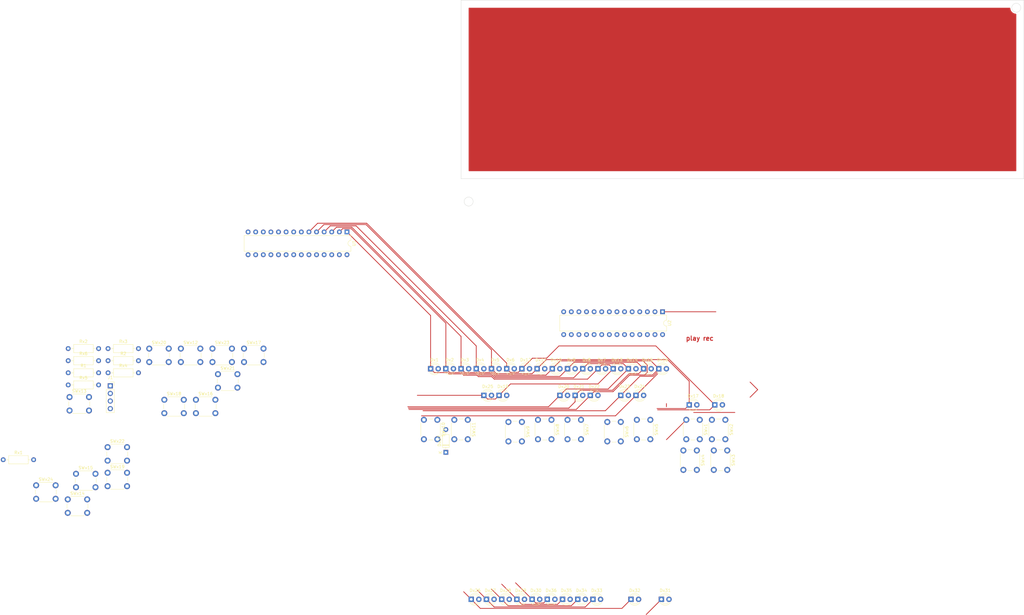
<source format=kicad_pcb>
(kicad_pcb (version 20211014) (generator pcbnew)
  (title_block (title "Daisy Seed Development Kit Step Sequencer") (date "2023-12-03") (rev "1.0"))
  (layers (0 "F.Cu" signal) (31 "B.Cu" signal) (34 "B.Paste" user) (35 "F.Paste" user) (36 "B.SilkS" user "B.Silkscreen") (37 "F.SilkS" user "F.Silkscreen") (38 "B.Mask" user) (39 "F.Mask" user) (44 "Edge.Cuts" user))
  (net 0 "")
  (net 1 "GPA5")
  (net 2 "3V3_D")
  (net 3 "GND")
  (net 4 "Net-(Dx1-Pad2)")
  (net 5 "GPA4")
  (net 6 "GPA2")
  (net 11 "GPA1")
  (net 12 "GPA0")
  (net 13 "GPA3")
  (net 14 "SDA")
  (net 15 "SCL")
  (net 16 "GPB7")
  (net 17 "GPB5")
  (net 18 "GPB3")
  (net 19 "GPB1")
  (net 20 "GPB6")
  (net 21 "GPB4")
  (net 22 "GPB2")
  (net 23 "GPB0")
  (net 24 "GPA6")
  (net 25 "GPA7")
  (net 26 "Net-(Dx10-Pad2)")
  (net 27 "Net-(Dx13-Pad2)")
  (net 28 "Net-(Dx19-Pad2)")
  (net 29 "Net-(Dx25-Pad2)")
  (net 30 "Net-(Dx31-Pad2)")
  (net 31 "GPAx2")
  (net 32 "GPAx3")
  (net 33 "GPAx4")
  (net 34 "GPAx5")
  (net 35 "GPAx6")
  (net 36 "GPCx1")
  (net 37 "GPD0")
  (net 38 "GPD1")
  (net 39 "GPD2")
  (net 40 "GPD3")
  (net 41 "GPD4")
  (net 42 "GPD5")
  (net 43 "GPCx2")
  (net 44 "GPCx3")
  (net 45 "GPCx4")
  (net 46 "GPD6")
  (net 47 "GPD7")
  (net 52 "GPC0")
  (net 53 "GPC1")
  (net 54 "GPC2")
  (net 55 "GPC3")
  (net 56 "GPC4")
  (net 57 "GPC5")
  (net 58 "GPC6")
  (net 59 "GPC7")
  (net 60 "Net-(SWx1-Pad2)")
  (net 61 "GPAx1")
  (footprint "Button_Switch_THT:SW_PUSH_6mm" (layer "F.Cu") (at -97.05 91.96)
    (fp_text reference "SWx14")
    (fp_text value "SW_DIP_x01")
  )
  (footprint "Resistor_THT:R_Axial_DIN0207_L6.3mm_D2.5mm_P10.16mm_Horizontal" (layer "F.Cu") (at -118.6 78.71)
    (fp_text reference "Rx1")
    (fp_text value "20Ω")
  )
  (footprint "Package_DIP:DIP-28_W7.62mm" (layer "F.Cu") (at -3.81 2.58 -90)
    (fp_text reference "U1")
    (fp_text value "MCP23017_SP")
  )
  (footprint "Button_Switch_THT:SW_PUSH_6mm" (layer "F.Cu") (at 26.38 65.37 -90)
    (fp_text reference "SWx10")
    (fp_text value "SW_DIP_x01")
  )
  (footprint "LED_THT:LED_D3.0mm" (layer "F.Cu") (at 42.775969 125.365969)
    (fp_text reference "Dx27")
    (fp_text value "LED")
  )
  (footprint "LED_THT:LED_D3.0mm" (layer "F.Cu") (at 100.33 48.3)
    (fp_text reference "Dx16")
    (fp_text value "LED")
  )
  (footprint "LED_THT:LED_D3.0mm" (layer "F.Cu") (at 69.85 48.3)
    (fp_text reference "Dx9")
    (fp_text value "LED")
  )
  (footprint "LED_THT:LED_D3.0mm" (layer "F.Cu") (at 34.29 48.3)
    (fp_text reference "Dx3")
    (fp_text value "LED")
  )
  (footprint "LED_THT:LED_D3.0mm" (layer "F.Cu") (at 95.25 48.3)
    (fp_text reference "Dx15")
    (fp_text value "LED")
  )
  (footprint "LED_THT:LED_D3.0mm" (layer "F.Cu") (at 77.47 57.19)
    (fp_text reference "Dx22")
    (fp_text value "LED")
  )
  (footprint "Button_Switch_THT:SW_PUSH_6mm" (layer "F.Cu") (at -96.45 57.76)
    (fp_text reference "SWx13")
    (fp_text value "SW_DIP_x01")
  )
  (footprint "Button_Switch_THT:SW_PUSH_6mm" (layer "F.Cu") (at 54.61 66.08 -90)
    (fp_text reference "SWx9")
    (fp_text value "SW_DIP_x01")
  )
  (footprint "LED_THT:LED_D3.0mm" (layer "F.Cu") (at 24.13 48.3)
    (fp_text reference "Dx1")
    (fp_text value "LED")
  )
  (footprint "Resistor_THT:R_Axial_DIN0207_L6.3mm_D2.5mm_P10.16mm_Horizontal" (layer "F.Cu") (at -96.9 49.66)
    (fp_text reference "R1")
    (fp_text value "10KΩ")
  )
  (footprint "Button_Switch_THT:SW_PUSH_6mm" (layer "F.Cu") (at 97.5 65.37 -90)
    (fp_text reference "SWx5")
    (fp_text value "SW_DIP_x01")
  )
  (footprint "LED_THT:LED_D3.0mm" (layer "F.Cu") (at 59.69 48.3)
    (fp_text reference "Dx11")
    (fp_text value "LED")
  )
  (footprint "LED_THT:LED_D3.0mm" (layer "F.Cu") (at 101.195969 125.365969)
    (fp_text reference "Dx31")
    (fp_text value "LED")
  )
  (footprint "Button_Switch_THT:SW_PUSH_6mm" (layer "F.Cu") (at 36.54 65.37 -90)
    (fp_text reference "SWx11")
    (fp_text value "SW_DIP_x01")
  )
  (footprint "LED_THT:LED_D3.0mm" (layer "F.Cu") (at 67.31 57.19)
    (fp_text reference "Dx20")
    (fp_text value "LED")
  )
  (footprint "Button_Switch_THT:SW_PUSH_6mm" (layer "F.Cu") (at -69.83 41.56)
    (fp_text reference "SWx20")
    (fp_text value "SW_DIP_x01")
  )
  (footprint "Button_Switch_THT:SW_PUSH_6mm" (layer "F.Cu") (at 74.35 65.37 -90)
    (fp_text reference "SWx7")
    (fp_text value "SW_DIP_x01")
  )
  (footprint "LED_THT:LED_D3.0mm" (layer "F.Cu") (at 78.335969 125.365969)
    (fp_text reference "Dx33")
    (fp_text value "LED")
  )
  (footprint "Resistor_THT:R_Axial_DIN0207_L6.3mm_D2.5mm_P10.16mm_Horizontal" (layer "F.Cu") (at -96.9 41.56)
    (fp_text reference "Rx2")
    (fp_text value "20Ω")
  )
  (footprint "LED_THT:LED_D3.0mm" (layer "F.Cu") (at 39.37 48.3)
    (fp_text reference "Dx4")
    (fp_text value "LED")
  )
  (footprint "LED_THT:LED_D3.0mm" (layer "F.Cu") (at 63.095969 125.365969)
    (fp_text reference "Dx36")
    (fp_text value "LED")
  )
  (footprint "LED_THT:LED_D3.0mm" (layer "F.Cu") (at 29.21 48.3)
    (fp_text reference "Dx2")
    (fp_text value "LED")
  )
  (footprint "LED_THT:LED_D3.0mm" (layer "F.Cu") (at 85.09 48.3)
    (fp_text reference "Dx13")
    (fp_text value "LED")
  )
  (footprint "LED_THT:LED_D3.0mm" (layer "F.Cu") (at 52.935969 125.365969)
    (fp_text reference "Dx29")
    (fp_text value "LED")
  )
  (footprint "Resistor_THT:R_Axial_DIN0207_L6.3mm_D2.5mm_P10.16mm_Horizontal" (layer "F.Cu") (at -83.59 41.56)
    (fp_text reference "Rx3")
    (fp_text value "20Ω")
  )
  (footprint "Resistor_THT:R_Axial_DIN0207_L6.3mm_D2.5mm_P10.16mm_Horizontal" (layer "F.Cu") (at -83.59 49.66)
    (fp_text reference "Rx4")
    (fp_text value "20Ω")
  )
  (footprint "Button_Switch_THT:SW_PUSH_6mm" (layer "F.Cu") (at -94.29 83.41)
    (fp_text reference "SWx15")
    (fp_text value "SW_DIP_x01")
  )
  (footprint "LED_THT:LED_D3.0mm" (layer "F.Cu") (at 46.99 57.19)
    (fp_text reference "Dx19")
    (fp_text value "LED")
  )
  (footprint "Resistor_THT:R_Axial_DIN0207_L6.3mm_D2.5mm_P10.16mm_Horizontal" (layer "F.Cu") (at -96.9 53.71)
    (fp_text reference "Rx5")
    (fp_text value "20Ω")
  )
  (footprint "LED_THT:LED_D3.0mm" (layer "F.Cu") (at 58.015969 125.365969)
    (fp_text reference "Dx30")
    (fp_text value "LED")
  )
  (footprint "LED_THT:LED_D3.0mm" (layer "F.Cu") (at 91.035969 125.365969)
    (fp_text reference "Dx32")
    (fp_text value "LED")
  )
  (footprint "Button_Switch_THT:SW_PUSH_6mm" (layer "F.Cu") (at 64.48 65.37 -90)
    (fp_text reference "SWx8")
    (fp_text value "SW_DIP_x01")
  )
  (footprint "Button_Switch_THT:SW_PUSH_6mm" (layer "F.Cu") (at 122.555 65.37 -90)
    (fp_text reference "SWx2")
    (fp_text value "SW_DIP_x01")
  )
  (footprint "LED_THT:LED_D3.0mm" (layer "F.Cu") (at 73.255969 125.365969)
    (fp_text reference "Dx34")
    (fp_text value "LED")
  )
  (footprint "LED_THT:LED_D3.0mm" (layer "F.Cu") (at 74.93 48.3)
    (fp_text reference "Dx8")
    (fp_text value "LED")
  )
  (footprint "LED_THT:LED_D3.0mm" (layer "F.Cu") (at 92.71 57.19)
    (fp_text reference "Dx24")
    (fp_text value "LED")
  )
  (footprint "Package_DIP:DIP-28_W7.62mm" (layer "F.Cu") (at 101.59 29.26 -90)
    (fp_text reference "U2")
    (fp_text value "MCP23017_SP")
  )
  (footprint "Button_Switch_THT:SW_PUSH_6mm" (layer "F.Cu") (at -107.6 87.26)
    (fp_text reference "SWx24")
    (fp_text value "SW_DIP_x01")
  )
  (footprint "Button_Switch_THT:SW_PUSH_6mm" (layer "F.Cu") (at -64.8 58.66)
    (fp_text reference "SWx18")
    (fp_text value "SW_DIP_x01")
  )
  (footprint "LED_THT:LED_D3.0mm" (layer "F.Cu") (at 87.63 57.19)
    (fp_text reference "Dx23")
    (fp_text value "LED")
  )
  (footprint "Button_Switch_THT:SW_PUSH_6mm" (layer "F.Cu") (at 114.01 65.37 -90)
    (fp_text reference "SWx1")
    (fp_text value "SW_DIP_x01")
  )
  (footprint "LED_THT:LED_D3.0mm" (layer "F.Cu") (at 47.855969 125.365969)
    (fp_text reference "Dx28")
    (fp_text value "LED")
  )
  (footprint "LED_THT:LED_D3.0mm" (layer "F.Cu") (at 80.01 48.3)
    (fp_text reference "Dx7")
    (fp_text value "LED")
  )
  (footprint "Button_Switch_THT:SW_PUSH_6mm" (layer "F.Cu") (at -59.28 41.56)
    (fp_text reference "SWx12")
    (fp_text value "SW_DIP_x01")
  )
  (footprint "Button_Switch_THT:SW_PUSH_6mm" (layer "F.Cu") (at 113.03 75.605 -90)
    (fp_text reference "SWx4")
    (fp_text value "SW_DIP_x01")
  )
  (footprint "LED_THT:LED_D3.0mm" (layer "F.Cu") (at 37.695969 125.365969)
    (fp_text reference "Dx26")
    (fp_text value "LED")
  )
  (footprint "Button_Switch_THT:SW_PUSH_6mm" (layer "F.Cu") (at -83.74 74.51)
    (fp_text reference "SWx22")
    (fp_text value "SW_DIP_x01")
  )
  (footprint "LED_THT:LED_D3.0mm" (layer "F.Cu") (at 41.91 57.19)
    (fp_text reference "Dx25")
    (fp_text value "LED")
  )
  (footprint "Button_Switch_THT:SW_PUSH_6mm" (layer "F.Cu") (at -38.18 41.56)
    (fp_text reference "SWx17")
    (fp_text value "SW_DIP_x01")
  )
  (footprint "Connector_PinSocket_2.54mm:PinSocket_1x04_P2.54mm_Vertical" (layer "F.Cu") (at -82.84 54.01)
    (fp_text reference "J1")
    (fp_text value "Conn_01x04_Male")
  )
  (footprint "Diode_THT:D_DO-35_SOD27_P7.62mm_Horizontal" (layer "F.Cu") (at 29.21 76.24 90)
    (fp_text reference "Dx37")
    (fp_text value "1N4148")
  )
  (footprint "Button_Switch_THT:SW_PUSH_6mm" (layer "F.Cu") (at -46.89 50.11)
    (fp_text reference "SWx21")
    (fp_text value "SW_DIP_x01")
  )
  (footprint "Button_Switch_THT:SW_PUSH_6mm" (layer "F.Cu") (at -83.74 83.06)
    (fp_text reference "SWx19")
    (fp_text value "SW_DIP_x01")
  )
  (footprint "Button_Switch_THT:SW_PUSH_6mm" (layer "F.Cu") (at -54.25 58.66)
    (fp_text reference "SWx16")
    (fp_text value "SW_DIP_x01")
  )
  (footprint "LED_THT:LED_D3.0mm" (layer "F.Cu") (at 72.39 57.19)
    (fp_text reference "Dx21")
    (fp_text value "LED")
  )
  (footprint "LED_THT:LED_D3.0mm" (layer "F.Cu") (at 110.49 60.365)
    (fp_text reference "Dx17")
    (fp_text value "LED")
  )
  (footprint "Resistor_THT:R_Axial_DIN0207_L6.3mm_D2.5mm_P10.16mm_Horizontal" (layer "F.Cu") (at -83.59 45.61)
    (fp_text reference "R2")
    (fp_text value "10KΩ")
  )
  (footprint "LED_THT:LED_D3.0mm" (layer "F.Cu") (at 54.61 48.3)
    (fp_text reference "Dx12")
    (fp_text value "LED")
  )
  (footprint "Button_Switch_THT:SW_PUSH_6mm" (layer "F.Cu") (at 123.19 75.605 -90)
    (fp_text reference "SWx3")
    (fp_text value "SW_DIP_x01")
  )
  (footprint "Resistor_THT:R_Axial_DIN0207_L6.3mm_D2.5mm_P10.16mm_Horizontal" (layer "F.Cu") (at -96.9 45.61)
    (fp_text reference "Rx6")
    (fp_text value "20Ω")
  )
  (footprint "Button_Switch_THT:SW_PUSH_6mm" (layer "F.Cu") (at 87.63 66.08 -90)
    (fp_text reference "SWx6")
    (fp_text value "SW_DIP_x01")
  )
  (footprint "LED_THT:LED_D3.0mm" (layer "F.Cu") (at 44.45 48.3)
    (fp_text reference "Dx5")
    (fp_text value "LED")
  )
  (footprint "LED_THT:LED_D3.0mm" (layer "F.Cu") (at 119.03 60.365)
    (fp_text reference "Dx18")
    (fp_text value "LED")
  )
  (footprint "LED_THT:LED_D3.0mm" (layer "F.Cu") (at 68.175969 125.365969)
    (fp_text reference "Dx35")
    (fp_text value "LED")
  )
  (footprint "LED_THT:LED_D3.0mm" (layer "F.Cu") (at 49.53 48.3)
    (fp_text reference "Dx6")
    (fp_text value "LED")
  )
  (footprint "LED_THT:LED_D3.0mm" (layer "F.Cu") (at 90.17 48.3)
    (fp_text reference "Dx14")
    (fp_text value "LED")
  )
  (footprint "Button_Switch_THT:SW_PUSH_6mm" (layer "F.Cu") (at -48.73 41.56)
    (fp_text reference "SWx23")
    (fp_text value "SW_DIP_x01")
  )
  (footprint "LED_THT:LED_D3.0mm" (layer "F.Cu") (at 64.77 48.3)
    (fp_text reference "Dx10")
    (fp_text value "LED")
  )
  (gr_circle (center 219.71 -72.35) (end 221.21 -72.35) (layer "Edge.Cuts") (width 0.1) (fill none))
  (gr_circle (center 36.83 -7.58) (end 38.33 -7.58) (layer "Edge.Cuts") (width 0.1) (fill none))
  (gr_rect (start 34.29 -74.89) (end 222.25 -15.2) (layer "Edge.Cuts") (width 0.1) (fill none))
  (gr_text "play" (at 111.76 38.14) (layer "F.Cu") (effects (font (size 1.5 1.5) (thickness 0.3))))
  (gr_text "rec" (at 116.84 38.14) (layer "F.Cu") (effects (font (size 1.5 1.5) (thickness 0.3))))
  (segment (start 54.61 48.3) (end 58.1276 44.7824) (width 0.25) (layer "F.Cu") (net 17))
  (segment (start 117.355969 62.039031) (end 99.925969 62.039031) (width 0.25) (layer "F.Cu") (net 17))
  (segment (start 53.385489 49.524511) (end 54.61 48.3) (width 0.25) (layer "F.Cu") (net 17))
  (segment (start 66.9674 40.68) (end 99.345 40.68) (width 0.25) (layer "F.Cu") (net 17))
  (segment (start 59.24048 126.59048) (end 61.871458 126.59048) (width 0.25) (layer "F.Cu") (net 17))
  (segment (start 58.015969 125.365969) (end 59.24048 126.59048) (width 0.25) (layer "F.Cu") (net 17))
  (segment (start 52.486449 119.836449) (end 58.015969 125.365969) (width 0.25) (layer "F.Cu") (net 17))
  (segment (start 49.53 46.439771) (end 49.53 48.3) (width 0.25) (layer "F.Cu") (net 17))
  (segment (start 92.71 57.19) (end 85.854511 64.045489) (width 0.25) (layer "F.Cu") (net 17))
  (segment (start 50.754511 49.524511) (end 53.385489 49.524511) (width 0.25) (layer "F.Cu") (net 17))
  (segment (start 85.854511 64.045489) (end 21.084511 64.045489) (width 0.25) (layer "F.Cu") (net 17))
  (segment (start -16.51 2.58) (end -13.587409 -0.342591) (width 0.25) (layer "F.Cu") (net 17))
  (segment (start 119.03 60.365) (end 117.355969 62.039031) (width 0.25) (layer "F.Cu") (net 17))
  (segment (start 2.747638 -0.342591) (end 49.53 46.439771) (width 0.25) (layer "F.Cu") (net 17))
  (segment (start 61.871458 126.59048) (end 63.095969 125.365969) (width 0.25) (layer "F.Cu") (net 17))
  (segment (start 62.865 44.7824) (end 66.9674 40.68) (width 0.25) (layer "F.Cu") (net 17))
  (segment (start 58.1276 44.7824) (end 62.865 44.7824) (width 0.25) (layer "F.Cu") (net 17))
  (segment (start -13.587409 -0.342591) (end 2.747638 -0.342591) (width 0.25) (layer "F.Cu") (net 17))
  (segment (start 49.53 48.3) (end 50.754511 49.524511) (width 0.25) (layer "F.Cu") (net 17))
  (segment (start 99.925969 49.974031) (end 92.71 57.19) (width 0.25) (layer "F.Cu") (net 17))
  (segment (start 99.345 40.68) (end 119.03 60.365) (width 0.25) (layer "F.Cu") (net 17))
  (segment (start 67.38856 45.68144) (end 97.71144 45.68144) (width 0.25) (layer "F.Cu") (net 18))
  (segment (start 77.47 45.68144) (end 70.019538 45.68144) (width 0.25) (layer "F.Cu") (net 18))
  (segment (start 96.474511 47.075489) (end 95.080462 45.68144) (width 0.25) (layer "F.Cu") (net 18))
  (segment (start 98.238084 50.39048) (end 90.61952 50.39048) (width 0.25) (layer "F.Cu") (net 18))
  (segment (start -0.753551 0.556449) (end 39.37 40.68) (width 0.25) (layer "F.Cu") (net 18))
  (segment (start 95.080462 45.68144) (end 77.47 45.68144) (width 0.25) (layer "F.Cu") (net 18))
  (segment (start 95.608542 50.39048) (end 96.474511 49.524511) (width 0.25) (layer "F.Cu") (net 18))
  (segment (start 100.328564 48.3) (end 98.238084 50.39048) (width 0.25) (layer "F.Cu") (net 18))
  (segment (start 45.937834 50.423551) (end 62.646449 50.423551) (width 0.25) (layer "F.Cu") (net 18))
  (segment (start 90.61952 50.39048) (end 95.608542 50.39048) (width 0.25) (layer "F.Cu") (net 18))
  (segment (start 77.47 57.19) (end 72.76096 61.89904) (width 0.25) (layer "F.Cu") (net 18))
  (segment (start 71.132418 127.48952) (end 73.255969 125.365969) (width 0.25) (layer "F.Cu") (net 18))
  (segment (start 97.71144 45.68144) (end 100.33 48.3) (width 0.25) (layer "F.Cu") (net 18))
  (segment (start 85.044511 55.965489) (end 78.694511 55.965489) (width 0.25) (layer "F.Cu") (net 18))
  (segment (start 78.694511 55.965489) (end 77.47 57.19) (width 0.25) (layer "F.Cu") (net 18))
  (segment (start -11.43 2.58) (end -9.406449 0.556449) (width 0.25) (layer "F.Cu") (net 18))
  (segment (start 90.61952 50.39048) (end 85.044511 55.965489) (width 0.25) (layer "F.Cu") (net 18))
  (segment (start 40.64 49.57) (end 45.084282 49.57) (width 0.25) (layer "F.Cu") (net 18))
  (segment (start 72.76096 61.89904) (end 16.882396 61.89904) (width 0.25) (layer "F.Cu") (net 18))
  (segment (start 62.646449 50.423551) (end 64.77 48.3) (width 0.25) (layer "F.Cu") (net 18))
  (segment (start 39.37 48.3) (end 40.64 49.57) (width 0.25) (layer "F.Cu") (net 18))
  (segment (start 45.084282 49.57) (end 45.937834 50.423551) (width 0.25) (layer "F.Cu") (net 18))
  (segment (start 96.474511 49.524511) (end 96.474511 47.075489) (width 0.25) (layer "F.Cu") (net 18))
  (segment (start 47.855969 125.365969) (end 49.97952 127.48952) (width 0.25) (layer "F.Cu") (net 18))
  (segment (start 44.416929 121.926929) (end 47.855969 125.365969) (width 0.25) (layer "F.Cu") (net 18))
  (segment (start 39.37 40.68) (end 39.37 48.3) (width 0.25) (layer "F.Cu") (net 18))
  (segment (start -9.406449 0.556449) (end -0.753551 0.556449) (width 0.25) (layer "F.Cu") (net 18))
  (segment (start 100.33 48.3) (end 100.328564 48.3) (width 0.25) (layer "F.Cu") (net 18))
  (segment (start 49.97952 127.48952) (end 71.132418 127.48952) (width 0.25) (layer "F.Cu") (net 18))
  (segment (start 64.77 48.3) (end 67.38856 45.68144) (width 0.25) (layer "F.Cu") (net 18))
  (segment (start 63.5 61) (end 16.51 61) (width 0.25) (layer "F.Cu") (net 19))
  (segment (start 44.711889 50.46904) (end 45.56544 51.322591) (width 0.25) (layer "F.Cu") (net 19))
  (segment (start 39.818085 50.01952) (end 40.267606 50.46904) (width 0.25) (layer "F.Cu") (net 19))
  (segment (start 35.155969 122.825969) (end 37.695969 125.365969) (width 0.25) (layer "F.Cu") (net 19))
  (segment (start 69.433551 55.066449) (end 67.31 57.19) (width 0.25) (layer "F.Cu") (net 19))
  (segment (start -5.225489 1.455489) (end -2.394511 1.455489) (width 0.25) (layer "F.Cu") (net 19))
  (segment (start 90.17 48.3) (end 83.403551 55.066449) (width 0.25) (layer "F.Cu") (net 19))
  (segment (start 40.71856 128.38856) (end 37.695969 125.365969) (width 0.25) (layer "F.Cu") (net 19))
  (segment (start 88.45048 46.58048) (end 90.17 48.3) (width 0.25) (layer "F.Cu") (net 19))
  (segment (start 76.64952 46.58048) (end 88.45048 46.58048) (width 0.25) (layer "F.Cu") (net 19))
  (segment (start 67.31 57.19) (end 63.5 61) (width 0.25) (layer "F.Cu") (net 19))
  (segment (start -6.35 2.58) (end -5.225489 1.455489) (width 0.25) (layer "F.Cu") (net 19))
  (segment (start 30.48 49.57) (end 34.924282 49.57) (width 0.25) (layer "F.Cu") (net 19))
  (segment (start -2.394511 1.455489) (end 29.21 33.06) (width 0.25) (layer "F.Cu") (net 19))
  (segment (start 83.403551 55.066449) (end 69.433551 55.066449) (width 0.25) (layer "F.Cu") (net 19))
  (segment (start 91.035969 125.365969) (end 88.013378 128.38856) (width 0.25) (layer "F.Cu") (net 19))
  (segment (start 34.924282 49.57) (end 35.373803 50.01952) (width 0.25) (layer "F.Cu") (net 19))
  (segment (start 88.013378 128.38856) (end 40.71856 128.38856) (width 0.25) (layer "F.Cu") (net 19))
  (segment (start 29.21 48.3) (end 30.48 49.57) (width 0.25) (layer "F.Cu") (net 19))
  (segment (start 35.373803 50.01952) (end 39.818085 50.01952) (width 0.25) (layer "F.Cu") (net 19))
  (segment (start 71.907409 51.322591) (end 74.93 48.3) (width 0.25) (layer "F.Cu") (net 19))
  (segment (start 40.267606 50.46904) (end 44.711889 50.46904) (width 0.25) (layer "F.Cu") (net 19))
  (segment (start 29.21 33.06) (end 29.21 48.3) (width 0.25) (layer "F.Cu") (net 19))
  (segment (start 74.93 48.3) (end 76.64952 46.58048) (width 0.25) (layer "F.Cu") (net 19))
  (segment (start 45.56544 51.322591) (end 71.907409 51.322591) (width 0.25) (layer "F.Cu") (net 19))
  (segment (start 44.45 48.3) (end 46.124031 49.974031) (width 0.25) (layer "F.Cu") (net 21))
  (segment (start 99.739771 49.524511) (end 98.424281 50.84) (width 0.25) (layer "F.Cu") (net 21))
  (segment (start 47.855969 120.285969) (end 52.935969 125.365969) (width 0.25) (layer "F.Cu") (net 21))
  (segment (start 52.935969 125.365969) (end 54.61 127.04) (width 0.25) (layer "F.Cu") (net 21))
  (segment (start -13.97 2.58) (end -11.496929 0.106929) (width 0.25) (layer "F.Cu") (net 21))
  (segment (start 58.015969 49.974031) (end 59.69 48.3) (width 0.25) (layer "F.Cu") (net 21))
  (segment (start 2.56144 0.106929) (end 44.45 41.995489) (width 0.25) (layer "F.Cu") (net 21))
  (segment (start 46.124031 49.974031) (end 58.015969 49.974031) (width 0.25) (layer "F.Cu") (net 21))
  (segment (start 62.75808 45.23192) (end 103.261202 45.23192) (width 0.25) (layer "F.Cu") (net 21))
  (segment (start 109.265489 61.589511) (end 99.739771 61.589511) (width 0.25) (layer "F.Cu") (net 21))
  (segment (start 103.261202 45.23192) (end 110.49 52.460718) (width 0.25) (layer "F.Cu") (net 21))
  (segment (start 82.47144 62.34856) (end 21.59 62.34856) (width 0.25) (layer "F.Cu") (net 21))
  (segment (start 93.98 50.84) (end 87.63 57.19) (width 0.25) (layer "F.Cu") (net 21))
  (segment (start -11.496929 0.106929) (end 2.56144 0.106929) (width 0.25) (layer "F.Cu") (net 21))
  (segment (start 44.45 41.995489) (end 44.45 48.3) (width 0.25) (layer "F.Cu") (net 21))
  (segment (start 110.49 60.365) (end 109.265489 61.589511) (width 0.25) (layer "F.Cu") (net 21))
  (segment (start 54.61 127.04) (end 66.501938 127.04) (width 0.25) (layer "F.Cu") (net 21))
  (segment (start 66.501938 127.04) (end 68.175969 125.365969) (width 0.25) (layer "F.Cu") (net 21))
  (segment (start 98.424281 50.84) (end 93.98 50.84) (width 0.25) (layer "F.Cu") (net 21))
  (segment (start 110.49 52.460718) (end 110.49 60.365) (width 0.25) (layer "F.Cu") (net 21))
  (segment (start 59.69 48.3) (end 62.75808 45.23192) (width 0.25) (layer "F.Cu") (net 21))
  (segment (start 87.63 57.19) (end 82.47144 62.34856) (width 0.25) (layer "F.Cu") (net 21))
  (segment (start -7.315969 1.005969) (end -2.208313 1.005969) (width 0.25) (layer "F.Cu") (net 22))
  (segment (start 34.29 37.504282) (end 34.29 48.3) (width 0.25) (layer "F.Cu") (net 22))
  (segment (start 40.004282 49.57) (end 40.453803 50.01952) (width 0.25) (layer "F.Cu") (net 22))
  (segment (start 69.85 48.3) (end 72.01904 46.13096) (width 0.25) (layer "F.Cu") (net 22))
  (segment (start 75.762898 127.93904) (end 78.335969 125.365969) (width 0.25) (layer "F.Cu") (net 22))
  (segment (start 74.064031 55.515969) (end 72.39 57.19) (width 0.25) (layer "F.Cu") (net 22))
  (segment (start 90.433322 49.94096) (end 84.858313 55.515969) (width 0.25) (layer "F.Cu") (net 22))
  (segment (start 72.39 59.333143) (end 70.273623 61.44952) (width 0.25) (layer "F.Cu") (net 22))
  (segment (start 44.898085 50.01952) (end 45.751637 50.873071) (width 0.25) (layer "F.Cu") (net 22))
  (segment (start 70.273623 61.44952) (end 16.696198 61.44952) (width 0.25) (layer "F.Cu") (net 22))
  (segment (start 93.08096 46.13096) (end 95.25 48.3) (width 0.25) (layer "F.Cu") (net 22))
  (segment (start 45.751637 50.873071) (end 67.276929 50.873071) (width 0.25) (layer "F.Cu") (net 22))
  (segment (start 45.34904 127.93904) (end 75.762898 127.93904) (width 0.25) (layer "F.Cu") (net 22))
  (segment (start 34.29 48.3) (end 35.56 49.57) (width 0.25) (layer "F.Cu") (net 22))
  (segment (start 93.60904 49.94096) (end 90.433322 49.94096) (width 0.25) (layer "F.Cu") (net 22))
  (segment (start 84.858313 55.515969) (end 74.064031 55.515969) (width 0.25) (layer "F.Cu") (net 22))
  (segment (start 39.786449 122.376449) (end 42.775969 125.365969) (width 0.25) (layer "F.Cu") (net 22))
  (segment (start -2.208313 1.005969) (end 34.29 37.504282) (width 0.25) (layer "F.Cu") (net 22))
  (segment (start 40.453803 50.01952) (end 44.898085 50.01952) (width 0.25) (layer "F.Cu") (net 22))
  (segment (start 95.25 48.3) (end 93.60904 49.94096) (width 0.25) (layer "F.Cu") (net 22))
  (segment (start 35.56 49.57) (end 40.004282 49.57) (width 0.25) (layer "F.Cu") (net 22))
  (segment (start 42.775969 125.365969) (end 45.34904 127.93904) (width 0.25) (layer "F.Cu") (net 22))
  (segment (start -8.89 2.58) (end -7.315969 1.005969) (width 0.25) (layer "F.Cu") (net 22))
  (segment (start 72.39 57.19) (end 72.39 59.333143) (width 0.25) (layer "F.Cu") (net 22))
  (segment (start 72.01904 46.13096) (end 93.08096 46.13096) (width 0.25) (layer "F.Cu") (net 22))
  (segment (start 67.276929 50.873071) (end 69.85 48.3) (width 0.25) (layer "F.Cu") (net 22))
  (segment (start 45.765489 58.414511) (end 46.99 57.19) (width 0.25) (layer "F.Cu") (net 23))
  (segment (start 41.91 57.19) (end 43.134511 58.414511) (width 0.25) (layer "F.Cu") (net 23))
  (segment (start 83.82 47.03) (end 85.09 48.3) (width 0.25) (layer "F.Cu") (net 23))
  (segment (start 80.01 53.38) (end 50.8 53.38) (width 0.25) (layer "F.Cu") (net 23))
  (segment (start 85.09 48.3) (end 80.01 53.38) (width 0.25) (layer "F.Cu") (net 23))
  (segment (start 81.28 47.03) (end 83.82 47.03) (width 0.25) (layer "F.Cu") (net 23))
  (segment (start 50.8 53.38) (end 46.99 57.19) (width 0.25) (layer "F.Cu") (net 23))
  (segment (start 96.115969 130.445969) (end 101.195969 125.365969) (width 0.25) (layer "F.Cu") (net 23))
  (segment (start 39.631889 50.46904) (end 40.081409 50.91856) (width 0.25) (layer "F.Cu") (net 23))
  (segment (start 34.738086 50.01952) (end 35.187606 50.46904) (width 0.25) (layer "F.Cu") (net 23))
  (segment (start 40.081409 50.91856) (end 44.525692 50.91856) (width 0.25) (layer "F.Cu") (net 23))
  (segment (start 24.13 48.3) (end 25.4 49.57) (width 0.25) (layer "F.Cu") (net 23))
  (segment (start 29.844282 49.57) (end 30.293803 50.01952) (width 0.25) (layer "F.Cu") (net 23))
  (segment (start 45.379243 51.772111) (end 76.537889 51.772111) (width 0.25) (layer "F.Cu") (net 23))
  (segment (start 24.13 48.3) (end 24.13 30.52) (width 0.25) (layer "F.Cu") (net 23))
  (segment (start 41.91 57.19) (end 19.684283 57.19) (width 0.25) (layer "F.Cu") (net 23))
  (segment (start 80.01 48.3) (end 81.28 47.03) (width 0.25) (layer "F.Cu") (net 23))
  (segment (start 76.537889 51.772111) (end 80.01 48.3) (width 0.25) (layer "F.Cu") (net 23))
  (segment (start 44.525692 50.91856) (end 45.379243 51.772111) (width 0.25) (layer "F.Cu") (net 23))
  (segment (start 30.293803 50.01952) (end 34.738086 50.01952) (width 0.25) (layer "F.Cu") (net 23))
  (segment (start 25.4 49.57) (end 29.844282 49.57) (width 0.25) (layer "F.Cu") (net 23))
  (segment (start 24.13 30.52) (end -3.81 2.58) (width 0.25) (layer "F.Cu") (net 23))
  (segment (start 35.187606 50.46904) (end 39.631889 50.46904) (width 0.25) (layer "F.Cu") (net 23))
  (segment (start 43.134511 58.414511) (end 45.765489 58.414511) (width 0.25) (layer "F.Cu") (net 23))
  (segment (start 102.87 59.945) (end 102.87 61) (width 0.25) (layer "F.Cu") (net 37))
  (segment (start 130.81 52.745) (end 133.35 55.285) (width 0.25) (layer "F.Cu") (net 37))
  (segment (start 125.73 62.905) (end 111.975 62.905) (width 0.25) (layer "F.Cu") (net 37))
  (segment (start 133.35 55.285) (end 130.81 57.825) (width 0.25) (layer "F.Cu") (net 37))
  (segment (start 101.59 29.26) (end 119.39 29.26) (width 0.25) (layer "F.Cu") (net 37))
  (segment (start 109.51 65.37) (end 102.87 72.01) (width 0.25) (layer "F.Cu") (net 60))
  (zone (net 3) (net_name "GND") (layer "F.Cu") (connect_pads (clearance 0.508)) (min_thickness 0.254) (fill yes (thermal_gap 0.508) (thermal_bridge_width 0.508) (island_removal_mode 2) (island_area_min 3))
    (polygon (pts (xy 219.71 -72.35) (xy 219.71 -17.74) (xy 36.83 -17.74) (xy 36.83 -72.35)))
  )
)
</source>
